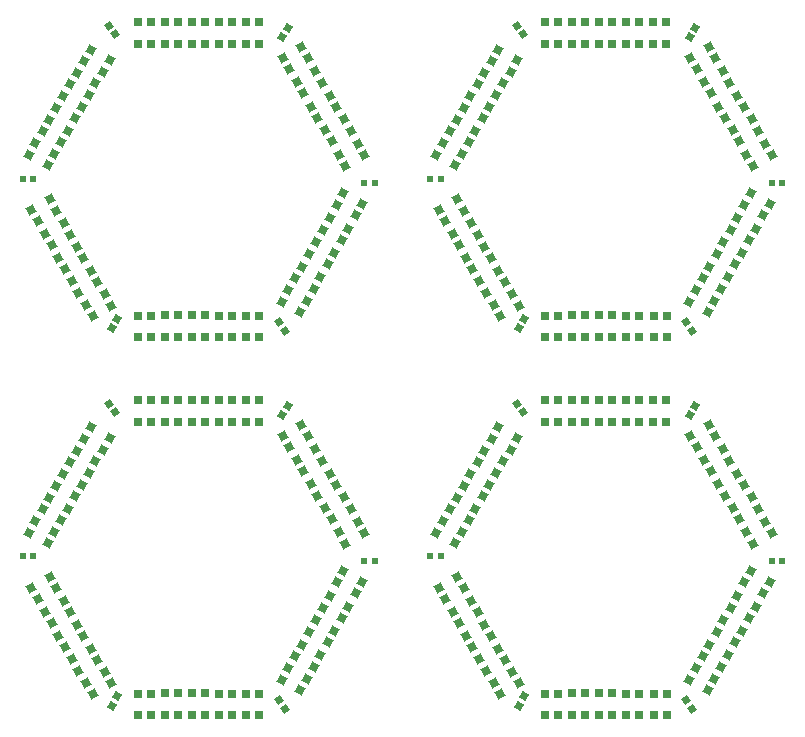
<source format=gbr>
G04 CAM350 V9.5.1 (Build 211) Date:  Sun Feb 09 09:32:50 2025 *
G04 Database: G:\2025-02-01  ºÏÆ´  ºÚÄ¤\2025-02-01-116\1.cam *
G04 Layer 8: GTP *
%FSLAX35Y35*%
%MOIN*%
%SFA1.000B1.000*%

%MIA0B0*%
%IPPOS*%
%AMD15*
4,1,4,0.01667,0.00447,-0.00447,0.01667,-0.01667,-0.00447,0.00447,-0.01667,0.01667,0.00447,0.00000*
%
%AMD16*
4,1,4,0.00300,0.01700,-0.01700,0.00300,-0.00300,-0.01700,0.01700,-0.00300,0.00300,0.01700,0.00000*
%
%AMD17*
4,1,4,0.01882,0.00504,-0.00504,0.01882,-0.01882,-0.00504,0.00504,-0.01882,0.01882,0.00504,0.00000*
%
%AMD18*
4,1,4,0.00504,0.01882,-0.01882,0.00504,-0.00504,-0.01882,0.01882,-0.00504,0.00504,0.01882,0.00000*
%
%ADD44R,0.02756X0.02756*%
%ADD45D15*%
%ADD46D16*%
%ADD47D17*%
%ADD48D18*%
%ADD49R,0.02441X0.02441*%
%LNGTP*%
%LPD*%
G54D44*
X106600Y41963D03*
Y34759D03*
X102269D03*
Y41963D03*
X93244D03*
Y34759D03*
X97575D03*
Y41963D03*
X106431Y132695D03*
Y139900D03*
X102100D03*
Y132695D03*
X93100D03*
Y139900D03*
X97431D03*
Y132695D03*
X88431D03*
Y139900D03*
X84100D03*
Y132695D03*
X75100D03*
Y139900D03*
X79431D03*
Y132695D03*
X70431D03*
Y139900D03*
X66100D03*
Y132695D03*
X70500Y41963D03*
Y34759D03*
X66169D03*
Y41963D03*
X79525Y42064D03*
Y34859D03*
X75194D03*
Y42064D03*
X88550D03*
Y34859D03*
X84219D03*
Y42064D03*
G54D45*
X59186Y41034D03*
X57414Y37966D03*
X114314Y134866D03*
X116086Y137934D03*
G54D46*
X113084Y39851D03*
X115116Y36949D03*
X58716Y135749D03*
X56684Y138651D03*
G54D47*
X116264Y50430D03*
X122504Y46828D03*
X120339Y43077D03*
X114099Y46679D03*
X120765Y58330D03*
X127004Y54728D03*
X124839Y50977D03*
X118599Y54580D03*
X125464Y66430D03*
X131704Y62828D03*
X129539Y59077D03*
X123299Y62679D03*
X130165Y74430D03*
X136404Y70828D03*
X134239Y67077D03*
X127999Y70679D03*
X134736Y82788D03*
X140976Y79185D03*
X138810Y75435D03*
X132571Y79037D03*
X54592Y123354D03*
X48352Y126957D03*
X50518Y130707D03*
X56757Y127105D03*
X52057Y119405D03*
X45818Y123007D03*
X43652Y119257D03*
X49892Y115655D03*
X45292Y107755D03*
X39052Y111357D03*
X41218Y115107D03*
X47457Y111505D03*
X42893Y103693D03*
X36654Y107295D03*
X34489Y103545D03*
X40728Y99942D03*
X36092Y92054D03*
X29852Y95657D03*
X32018Y99407D03*
X38257Y95805D03*
G54D48*
X133193Y95709D03*
X139432Y99311D03*
X141598Y95561D03*
X135358Y91958D03*
X128693Y103809D03*
X134932Y107411D03*
X137098Y103661D03*
X130858Y100058D03*
X123893Y111709D03*
X130132Y115311D03*
X132298Y111561D03*
X126058Y107958D03*
X119128Y119842D03*
X125368Y123445D03*
X127533Y119694D03*
X121293Y116092D03*
X114493Y127909D03*
X120732Y131511D03*
X122898Y127761D03*
X116658Y124158D03*
X36863Y80793D03*
X30623Y77190D03*
X32789Y73440D03*
X39028Y77042D03*
X43728Y69042D03*
X37489Y65440D03*
X35323Y69190D03*
X41563Y72793D03*
X45863Y64893D03*
X39623Y61290D03*
X41789Y57540D03*
X48028Y61142D03*
X52628Y53242D03*
X46389Y49640D03*
X44223Y53390D03*
X50463Y56993D03*
X55198Y49126D03*
X48959Y45524D03*
X51124Y41773D03*
X57363Y45376D03*
G54D49*
X31400Y87700D03*
X27857D03*
X141628Y86100D03*
X145172D03*
G54D44*
X242427Y41963D03*
Y34759D03*
X238096D03*
Y41963D03*
X229071D03*
Y34759D03*
X233402D03*
Y41963D03*
X242258Y132695D03*
Y139900D03*
X237927D03*
Y132695D03*
X228927D03*
Y139900D03*
X233258D03*
Y132695D03*
X224258D03*
Y139900D03*
X219927D03*
Y132695D03*
X210927D03*
Y139900D03*
X215258D03*
Y132695D03*
X206258D03*
Y139900D03*
X201927D03*
Y132695D03*
X206327Y41963D03*
Y34759D03*
X201996D03*
Y41963D03*
X215352Y42064D03*
Y34859D03*
X211021D03*
Y42064D03*
X224377D03*
Y34859D03*
X220046D03*
Y42064D03*
G54D45*
X195013Y41034D03*
X193241Y37966D03*
X250141Y134866D03*
X251913Y137934D03*
G54D46*
X248911Y39851D03*
X250943Y36949D03*
X194543Y135749D03*
X192511Y138651D03*
G54D47*
X252091Y50430D03*
X258331Y46828D03*
X256166Y43077D03*
X249926Y46679D03*
X256592Y58330D03*
X262831Y54728D03*
X260666Y50977D03*
X254426Y54580D03*
X261291Y66430D03*
X267531Y62828D03*
X265366Y59077D03*
X259126Y62679D03*
X265992Y74430D03*
X272231Y70828D03*
X270066Y67077D03*
X263826Y70679D03*
X270563Y82788D03*
X276803Y79185D03*
X274637Y75435D03*
X268398Y79037D03*
X190419Y123354D03*
X184179Y126957D03*
X186345Y130707D03*
X192584Y127105D03*
X187884Y119405D03*
X181645Y123007D03*
X179479Y119257D03*
X185719Y115655D03*
X181119Y107755D03*
X174879Y111357D03*
X177045Y115107D03*
X183284Y111505D03*
X178720Y103693D03*
X172481Y107295D03*
X170316Y103545D03*
X176555Y99942D03*
X171919Y92054D03*
X165679Y95657D03*
X167845Y99407D03*
X174084Y95805D03*
G54D48*
X269020Y95709D03*
X275259Y99311D03*
X277425Y95561D03*
X271185Y91958D03*
X264520Y103809D03*
X270759Y107411D03*
X272925Y103661D03*
X266685Y100058D03*
X259720Y111709D03*
X265959Y115311D03*
X268125Y111561D03*
X261885Y107958D03*
X254955Y119842D03*
X261195Y123445D03*
X263360Y119694D03*
X257120Y116092D03*
X250320Y127909D03*
X256559Y131511D03*
X258725Y127761D03*
X252485Y124158D03*
X172690Y80793D03*
X166450Y77190D03*
X168616Y73440D03*
X174855Y77042D03*
X179555Y69042D03*
X173316Y65440D03*
X171150Y69190D03*
X177390Y72793D03*
X181690Y64893D03*
X175450Y61290D03*
X177616Y57540D03*
X183855Y61142D03*
X188455Y53242D03*
X182216Y49640D03*
X180050Y53390D03*
X186290Y56993D03*
X191025Y49126D03*
X184786Y45524D03*
X186951Y41773D03*
X193190Y45376D03*
G54D49*
X167227Y87700D03*
X163684D03*
X277455Y86100D03*
X280999D03*
G54D44*
X106600Y167947D03*
Y160743D03*
X102269D03*
Y167947D03*
X93244D03*
Y160743D03*
X97575D03*
Y167947D03*
X106431Y258679D03*
Y265884D03*
X102100D03*
Y258679D03*
X93100D03*
Y265884D03*
X97431D03*
Y258679D03*
X88431D03*
Y265884D03*
X84100D03*
Y258679D03*
X75100D03*
Y265884D03*
X79431D03*
Y258679D03*
X70431D03*
Y265884D03*
X66100D03*
Y258679D03*
X70500Y167947D03*
Y160743D03*
X66169D03*
Y167947D03*
X79525Y168048D03*
Y160843D03*
X75194D03*
Y168048D03*
X88550D03*
Y160843D03*
X84219D03*
Y168048D03*
G54D45*
X59186Y167018D03*
X57414Y163950D03*
X114314Y260850D03*
X116086Y263918D03*
G54D46*
X113084Y165835D03*
X115116Y162933D03*
X58716Y261733D03*
X56684Y264635D03*
G54D47*
X116264Y176414D03*
X122504Y172812D03*
X120339Y169061D03*
X114099Y172663D03*
X120765Y184314D03*
X127004Y180712D03*
X124839Y176961D03*
X118599Y180564D03*
X125464Y192414D03*
X131704Y188812D03*
X129539Y185061D03*
X123299Y188663D03*
X130165Y200414D03*
X136404Y196812D03*
X134239Y193061D03*
X127999Y196663D03*
X134736Y208772D03*
X140976Y205169D03*
X138810Y201419D03*
X132571Y205021D03*
X54592Y249338D03*
X48352Y252941D03*
X50518Y256691D03*
X56757Y253089D03*
X52057Y245389D03*
X45818Y248991D03*
X43652Y245241D03*
X49892Y241639D03*
X45292Y233739D03*
X39052Y237341D03*
X41218Y241091D03*
X47457Y237489D03*
X42893Y229677D03*
X36654Y233279D03*
X34489Y229529D03*
X40728Y225926D03*
X36092Y218038D03*
X29852Y221641D03*
X32018Y225391D03*
X38257Y221789D03*
G54D48*
X133193Y221693D03*
X139432Y225295D03*
X141598Y221545D03*
X135358Y217942D03*
X128693Y229793D03*
X134932Y233395D03*
X137098Y229645D03*
X130858Y226042D03*
X123893Y237693D03*
X130132Y241295D03*
X132298Y237545D03*
X126058Y233942D03*
X119128Y245826D03*
X125368Y249429D03*
X127533Y245678D03*
X121293Y242076D03*
X114493Y253893D03*
X120732Y257495D03*
X122898Y253745D03*
X116658Y250142D03*
X36863Y206777D03*
X30623Y203174D03*
X32789Y199424D03*
X39028Y203026D03*
X43728Y195026D03*
X37489Y191424D03*
X35323Y195174D03*
X41563Y198777D03*
X45863Y190877D03*
X39623Y187274D03*
X41789Y183524D03*
X48028Y187126D03*
X52628Y179226D03*
X46389Y175624D03*
X44223Y179374D03*
X50463Y182977D03*
X55198Y175110D03*
X48959Y171508D03*
X51124Y167757D03*
X57363Y171360D03*
G54D49*
X31400Y213684D03*
X27857D03*
X141628Y212084D03*
X145172D03*
G54D44*
X242427Y167947D03*
Y160743D03*
X238096D03*
Y167947D03*
X229071D03*
Y160743D03*
X233402D03*
Y167947D03*
X242258Y258679D03*
Y265884D03*
X237927D03*
Y258679D03*
X228927D03*
Y265884D03*
X233258D03*
Y258679D03*
X224258D03*
Y265884D03*
X219927D03*
Y258679D03*
X210927D03*
Y265884D03*
X215258D03*
Y258679D03*
X206258D03*
Y265884D03*
X201927D03*
Y258679D03*
X206327Y167947D03*
Y160743D03*
X201996D03*
Y167947D03*
X215352Y168048D03*
Y160843D03*
X211021D03*
Y168048D03*
X224377D03*
Y160843D03*
X220046D03*
Y168048D03*
G54D45*
X195013Y167018D03*
X193241Y163950D03*
X250141Y260850D03*
X251913Y263918D03*
G54D46*
X248911Y165835D03*
X250943Y162933D03*
X194543Y261733D03*
X192511Y264635D03*
G54D47*
X252091Y176414D03*
X258331Y172812D03*
X256166Y169061D03*
X249926Y172663D03*
X256592Y184314D03*
X262831Y180712D03*
X260666Y176961D03*
X254426Y180564D03*
X261291Y192414D03*
X267531Y188812D03*
X265366Y185061D03*
X259126Y188663D03*
X265992Y200414D03*
X272231Y196812D03*
X270066Y193061D03*
X263826Y196663D03*
X270563Y208772D03*
X276803Y205169D03*
X274637Y201419D03*
X268398Y205021D03*
X190419Y249338D03*
X184179Y252941D03*
X186345Y256691D03*
X192584Y253089D03*
X187884Y245389D03*
X181645Y248991D03*
X179479Y245241D03*
X185719Y241639D03*
X181119Y233739D03*
X174879Y237341D03*
X177045Y241091D03*
X183284Y237489D03*
X178720Y229677D03*
X172481Y233279D03*
X170316Y229529D03*
X176555Y225926D03*
X171919Y218038D03*
X165679Y221641D03*
X167845Y225391D03*
X174084Y221789D03*
G54D48*
X269020Y221693D03*
X275259Y225295D03*
X277425Y221545D03*
X271185Y217942D03*
X264520Y229793D03*
X270759Y233395D03*
X272925Y229645D03*
X266685Y226042D03*
X259720Y237693D03*
X265959Y241295D03*
X268125Y237545D03*
X261885Y233942D03*
X254955Y245826D03*
X261195Y249429D03*
X263360Y245678D03*
X257120Y242076D03*
X250320Y253893D03*
X256559Y257495D03*
X258725Y253745D03*
X252485Y250142D03*
X172690Y206777D03*
X166450Y203174D03*
X168616Y199424D03*
X174855Y203026D03*
X179555Y195026D03*
X173316Y191424D03*
X171150Y195174D03*
X177390Y198777D03*
X181690Y190877D03*
X175450Y187274D03*
X177616Y183524D03*
X183855Y187126D03*
X188455Y179226D03*
X182216Y175624D03*
X180050Y179374D03*
X186290Y182977D03*
X191025Y175110D03*
X184786Y171508D03*
X186951Y167757D03*
X193190Y171360D03*
G54D49*
X167227Y213684D03*
X163684D03*
X277455Y212084D03*
X280999D03*
M02*

</source>
